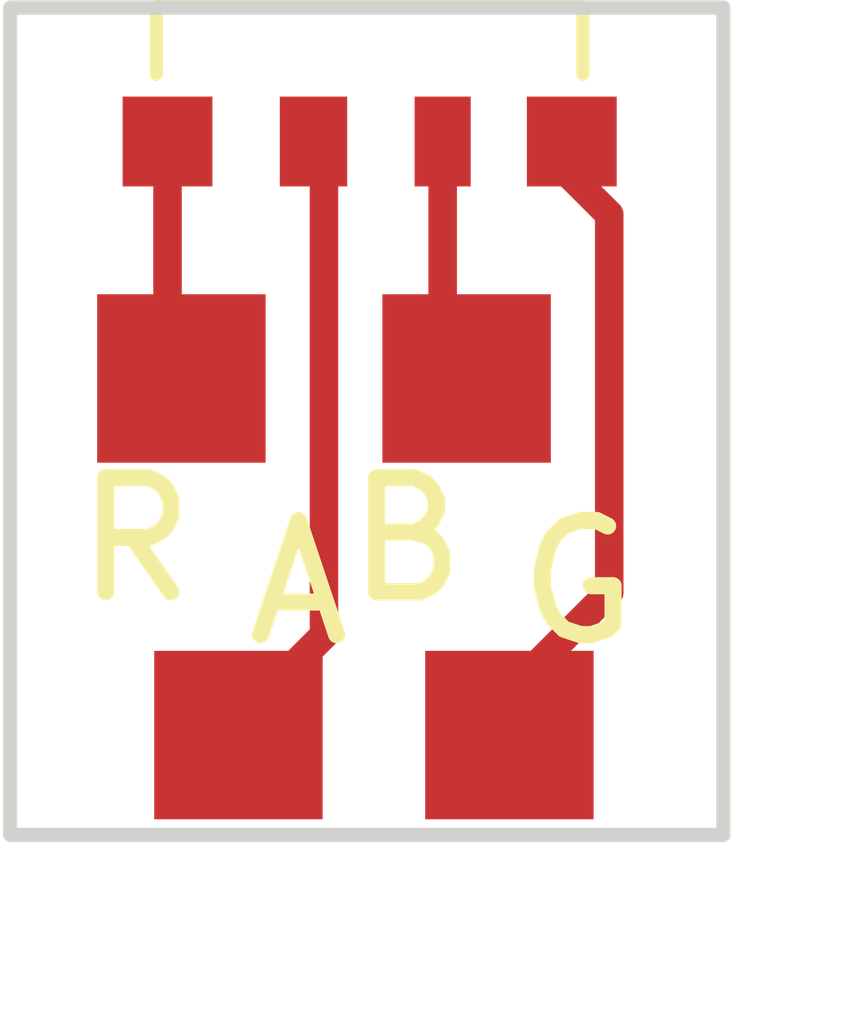
<source format=kicad_pcb>
(kicad_pcb (version 20240108) (generator "pcbnew") (generator_version "8.0")
  (layers (0 "F.Cu" signal) (31 "B.Cu" signal) (34 "B.Paste" user) (35 "F.Paste" user) (36 "B.SilkS" user "B.Silkscreen") (37 "F.SilkS" user "F.Silkscreen") (38 "B.Mask" user) (39 "F.Mask" user) (44 "Edge.Cuts" user))
  (net 0 "")
  (net 1 "/RED")
  (net 2 "/V+")
  (net 3 "/GRN")
  (net 4 "/BLU")
  (footprint "Alpenglow:TestPoint_Pad_1.5x1.5mm" (layer "F.Cu") (at 139.573 114.3)
    (property "Reference" "H4" (hide yes))
    (property "Value" "V+")
    (pad "1" smd rect (at 0 0) (size 1.5 1.5) (layers "F.Cu" "F.Mask") (net 2 "/V+"))
  )
  (footprint "Alpenglow:LED_1204_4321" (layer "F.Cu") (at 140.8415 108.815)
    (property "Reference" "D1" (hide yes))
    (property "Value" "LED_GBAR")
    (fp_line (start -2 -1) (end -2 -0.4) (stroke (width 0.12)) (layer "F.SilkS"))
    (fp_line (start 1.8 -1) (end -2 -1) (stroke (width 0.12)) (layer "F.SilkS"))
    (fp_line (start 1.8 -1) (end 1.8 -0.4) (stroke (width 0.12)) (layer "F.SilkS"))
    (pad "1" smd rect (at 1.7 0.2 180) (size 0.8 0.8) (layers "F.Cu" "F.Paste" "F.Mask") (net 3 "/GRN"))
    (pad "2" smd rect (at 0.55 0.2 180) (size 0.5 0.8) (layers "F.Cu" "F.Paste" "F.Mask") (net 4 "/BLU"))
    (pad "3" smd rect (at -0.6 0.2 180) (size 0.6 0.8) (layers "F.Cu" "F.Paste" "F.Mask") (net 2 "/V+"))
    (pad "4" smd rect (at -1.9 0.2 180) (size 0.8 0.8) (layers "F.Cu" "F.Paste" "F.Mask") (net 1 "/RED"))
  )
  (footprint "Alpenglow:TestPoint_Pad_1.5x1.5mm" (layer "F.Cu") (at 139.065 111.125)
    (property "Reference" "H1" (hide yes))
    (property "Value" "RED")
    (pad "1" smd rect (at 0 0) (size 1.5 1.5) (layers "F.Cu" "F.Mask") (net 1 "/RED"))
  )
  (footprint "Alpenglow:TestPoint_Pad_1.5x1.5mm" (layer "F.Cu") (at 141.605 111.125)
    (property "Reference" "H3" (hide yes))
    (property "Value" "BLU")
    (pad "1" smd rect (at 0 0) (size 1.5 1.5) (layers "F.Cu" "F.Mask") (net 4 "/BLU"))
  )
  (footprint "Alpenglow:TestPoint_Pad_1.5x1.5mm" (layer "F.Cu") (at 141.986 114.3)
    (property "Reference" "H2" (hide yes))
    (property "Value" "GRN")
    (pad "1" smd rect (at 0 0) (size 1.5 1.5) (layers "F.Cu" "F.Mask") (net 3 "/GRN"))
  )
  (gr_line (start 143.891 107.823) (end 137.541 107.823) (stroke (width 0.127)) (layer "Edge.Cuts"))
  (gr_line (start 143.891 115.189) (end 143.891 107.823) (stroke (width 0.127)) (layer "Edge.Cuts"))
  (gr_line (start 137.541 107.823) (end 137.541 115.189) (stroke (width 0.127)) (layer "Edge.Cuts"))
  (gr_line (start 137.541 115.189) (end 143.891 115.189) (stroke (width 0.127)) (layer "Edge.Cuts"))
  (gr_text "A" (at 139.573 113.538 0) (layer "F.SilkS") (effects (font (size 1.016 1.016) (thickness 0.1524)) (justify left bottom)))
  (gr_text "G" (at 141.986 113.538 0) (layer "F.SilkS") (effects (font (size 1.016 1.016) (thickness 0.1524)) (justify left bottom)))
  (gr_text "B" (at 140.462 113.157 0) (layer "F.SilkS") (effects (font (size 1.016 1.016) (thickness 0.1524)) (justify left bottom)))
  (gr_text "R" (at 138.049 113.157 0) (layer "F.SilkS") (effects (font (size 1.016 1.016) (thickness 0.1524)) (justify left bottom)))
  (segment (start 138.9415 108.966) (end 138.9415 110.6135) (width 0.254) (layer "F.Cu") (net 1))
  (segment (start 140.335 113.411) (end 139.827 113.919) (width 0.254) (layer "F.Cu") (net 2))
  (segment (start 140.2415 109.093) (end 140.335 109.1865) (width 0.254) (layer "F.Cu") (net 2))
  (segment (start 140.335 109.1865) (end 140.335 113.411) (width 0.254) (layer "F.Cu") (net 2))
  (segment (start 142.5415 109.331) (end 142.875 109.6645) (width 0.254) (layer "F.Cu") (net 3))
  (segment (start 142.5415 109.093) (end 142.5415 109.331) (width 0.254) (layer "F.Cu") (net 3))
  (segment (start 142.875 109.6645) (end 142.875 113.03) (width 0.254) (layer "F.Cu") (net 3))
  (segment (start 142.875 113.03) (end 141.986 113.919) (width 0.254) (layer "F.Cu") (net 3))
  (segment (start 141.3915 108.966) (end 141.3915 110.9115) (width 0.254) (layer "F.Cu") (net 4))
  (segment (start 141.3915 110.9115) (end 141.605 111.125) (width 0.254) (layer "F.Cu") (net 4))
)
</source>
